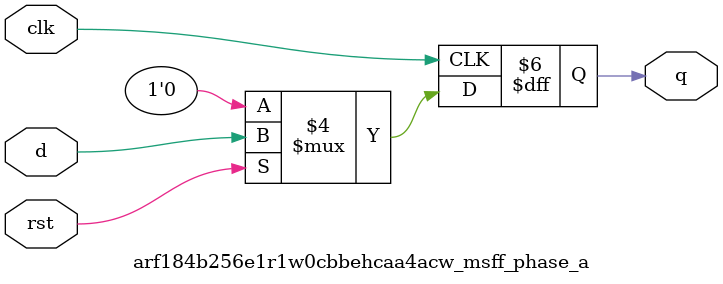
<source format=sv>
`ifndef ARF184B256E1R1W0CBBEHCAA4ACW_MSFF_PHASE_A_SV
`define ARF184B256E1R1W0CBBEHCAA4ACW_MSFF_PHASE_A_SV

module arf184b256e1r1w0cbbehcaa4acw_msff_phase_a #
(
  parameter DWIDTH = 1
)
(
  input  logic [DWIDTH-1:0] d,
  input  logic clk,
  input  logic rst,
  output logic [DWIDTH-1:0] q
);

always_ff @ (posedge clk) begin
  if (~rst) begin
    q <= '0;
  end
  else begin
    q <= d;
  end
end

endmodule // arf184b256e1r1w0cbbehcaa4acw_msff_phase_a

`endif // ARF184B256E1R1W0CBBEHCAA4ACW_MSFF_PHASE_A_SV
</source>
